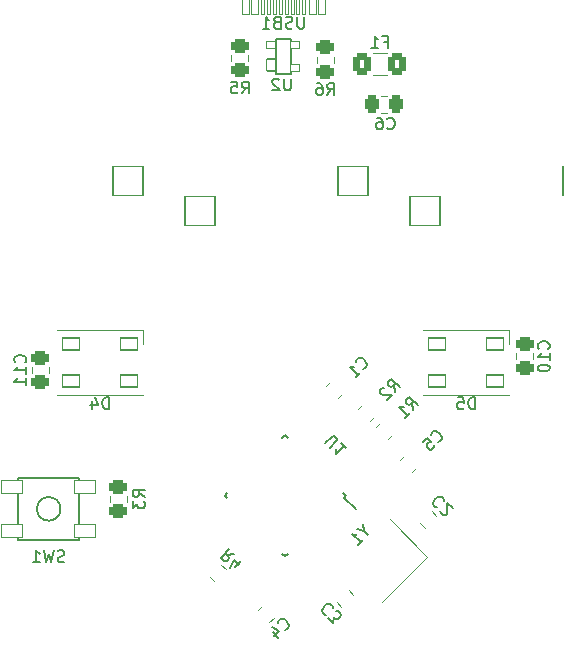
<source format=gbr>
%TF.GenerationSoftware,KiCad,Pcbnew,(6.0.5)*%
%TF.CreationDate,2022-06-21T07:34:41+08:00*%
%TF.ProjectId,unnamed-3k-v2,756e6e61-6d65-4642-9d33-6b2d76322e6b,rev?*%
%TF.SameCoordinates,Original*%
%TF.FileFunction,Legend,Bot*%
%TF.FilePolarity,Positive*%
%FSLAX46Y46*%
G04 Gerber Fmt 4.6, Leading zero omitted, Abs format (unit mm)*
G04 Created by KiCad (PCBNEW (6.0.5)) date 2022-06-21 07:34:41*
%MOMM*%
%LPD*%
G01*
G04 APERTURE LIST*
G04 Aperture macros list*
%AMRoundRect*
0 Rectangle with rounded corners*
0 $1 Rounding radius*
0 $2 $3 $4 $5 $6 $7 $8 $9 X,Y pos of 4 corners*
0 Add a 4 corners polygon primitive as box body*
4,1,4,$2,$3,$4,$5,$6,$7,$8,$9,$2,$3,0*
0 Add four circle primitives for the rounded corners*
1,1,$1+$1,$2,$3*
1,1,$1+$1,$4,$5*
1,1,$1+$1,$6,$7*
1,1,$1+$1,$8,$9*
0 Add four rect primitives between the rounded corners*
20,1,$1+$1,$2,$3,$4,$5,0*
20,1,$1+$1,$4,$5,$6,$7,0*
20,1,$1+$1,$6,$7,$8,$9,0*
20,1,$1+$1,$8,$9,$2,$3,0*%
G04 Aperture macros list end*
%ADD10C,0.150000*%
%ADD11C,0.120000*%
%ADD12C,3.102000*%
%ADD13C,4.089800*%
%ADD14C,1.852000*%
%ADD15RoundRect,0.051000X-1.275000X-1.250000X1.275000X-1.250000X1.275000X1.250000X-1.275000X1.250000X0*%
%ADD16RoundRect,0.301000X0.088388X-0.548008X0.548008X-0.088388X-0.088388X0.548008X-0.548008X0.088388X0*%
%ADD17RoundRect,0.301000X0.325000X0.450000X-0.325000X0.450000X-0.325000X-0.450000X0.325000X-0.450000X0*%
%ADD18RoundRect,0.301000X0.450000X-0.325000X0.450000X0.325000X-0.450000X0.325000X-0.450000X-0.325000X0*%
%ADD19RoundRect,0.301000X-0.450000X0.325000X-0.450000X-0.325000X0.450000X-0.325000X0.450000X0.325000X0*%
%ADD20RoundRect,0.301000X0.548008X0.088388X0.088388X0.548008X-0.548008X-0.088388X-0.088388X-0.548008X0*%
%ADD21RoundRect,0.051000X0.350000X-0.500000X0.350000X0.500000X-0.350000X0.500000X-0.350000X-0.500000X0*%
%ADD22RoundRect,0.051000X0.350000X-0.300000X0.350000X0.300000X-0.350000X0.300000X-0.350000X-0.300000X0*%
%ADD23C,0.752000*%
%ADD24RoundRect,0.051000X-0.300000X-1.225000X0.300000X-1.225000X0.300000X1.225000X-0.300000X1.225000X0*%
%ADD25RoundRect,0.051000X-0.150000X-1.225000X0.150000X-1.225000X0.150000X1.225000X-0.150000X1.225000X0*%
%ADD26RoundRect,0.051000X0.760140X-0.371231X-0.371231X0.760140X-0.760140X0.371231X0.371231X-0.760140X0*%
%ADD27RoundRect,0.051000X-0.371231X-0.760140X0.760140X0.371231X0.371231X0.760140X-0.760140X-0.371231X0*%
%ADD28RoundRect,0.301001X0.462499X0.624999X-0.462499X0.624999X-0.462499X-0.624999X0.462499X-0.624999X0*%
%ADD29RoundRect,0.051000X0.900000X0.550000X-0.900000X0.550000X-0.900000X-0.550000X0.900000X-0.550000X0*%
%ADD30RoundRect,0.051000X-0.750000X-0.500000X0.750000X-0.500000X0.750000X0.500000X-0.750000X0.500000X0*%
%ADD31RoundRect,0.051000X0.106066X1.378858X-1.378858X-0.106066X-0.106066X-1.378858X1.378858X0.106066X0*%
%ADD32RoundRect,0.301000X-0.548008X-0.088388X-0.088388X-0.548008X0.548008X0.088388X0.088388X0.548008X0*%
%ADD33RoundRect,0.301000X-0.088388X0.548008X-0.548008X0.088388X0.088388X-0.548008X0.548008X-0.088388X0*%
G04 APERTURE END LIST*
D10*
%TO.C,C1*%
X99811389Y-98432687D02*
X99878732Y-98432687D01*
X100013419Y-98365343D01*
X100080763Y-98298000D01*
X100148106Y-98163312D01*
X100148106Y-98028625D01*
X100114435Y-97927610D01*
X100013419Y-97759251D01*
X99912404Y-97658236D01*
X99744045Y-97557221D01*
X99643030Y-97523549D01*
X99508343Y-97523549D01*
X99373656Y-97590893D01*
X99306312Y-97658236D01*
X99238969Y-97792923D01*
X99238969Y-97860267D01*
X99205297Y-99173465D02*
X99609358Y-98769404D01*
X99407328Y-98971435D02*
X98700221Y-98264328D01*
X98868580Y-98298000D01*
X99003267Y-98298000D01*
X99104282Y-98264328D01*
%TO.C,C6*%
X101893666Y-78081142D02*
X101941285Y-78128761D01*
X102084142Y-78176380D01*
X102179380Y-78176380D01*
X102322238Y-78128761D01*
X102417476Y-78033523D01*
X102465095Y-77938285D01*
X102512714Y-77747809D01*
X102512714Y-77604952D01*
X102465095Y-77414476D01*
X102417476Y-77319238D01*
X102322238Y-77224000D01*
X102179380Y-77176380D01*
X102084142Y-77176380D01*
X101941285Y-77224000D01*
X101893666Y-77271619D01*
X101036523Y-77176380D02*
X101227000Y-77176380D01*
X101322238Y-77224000D01*
X101369857Y-77271619D01*
X101465095Y-77414476D01*
X101512714Y-77604952D01*
X101512714Y-77985904D01*
X101465095Y-78081142D01*
X101417476Y-78128761D01*
X101322238Y-78176380D01*
X101131761Y-78176380D01*
X101036523Y-78128761D01*
X100988904Y-78081142D01*
X100941285Y-77985904D01*
X100941285Y-77747809D01*
X100988904Y-77652571D01*
X101036523Y-77604952D01*
X101131761Y-77557333D01*
X101322238Y-77557333D01*
X101417476Y-77604952D01*
X101465095Y-77652571D01*
X101512714Y-77747809D01*
%TO.C,C11*%
X71223142Y-97909142D02*
X71270761Y-97861523D01*
X71318380Y-97718666D01*
X71318380Y-97623428D01*
X71270761Y-97480571D01*
X71175523Y-97385333D01*
X71080285Y-97337714D01*
X70889809Y-97290095D01*
X70746952Y-97290095D01*
X70556476Y-97337714D01*
X70461238Y-97385333D01*
X70366000Y-97480571D01*
X70318380Y-97623428D01*
X70318380Y-97718666D01*
X70366000Y-97861523D01*
X70413619Y-97909142D01*
X71318380Y-98861523D02*
X71318380Y-98290095D01*
X71318380Y-98575809D02*
X70318380Y-98575809D01*
X70461238Y-98480571D01*
X70556476Y-98385333D01*
X70604095Y-98290095D01*
X71318380Y-99813904D02*
X71318380Y-99242476D01*
X71318380Y-99528190D02*
X70318380Y-99528190D01*
X70461238Y-99432952D01*
X70556476Y-99337714D01*
X70604095Y-99242476D01*
%TO.C,R3*%
X81351380Y-109307333D02*
X80875190Y-108974000D01*
X81351380Y-108735904D02*
X80351380Y-108735904D01*
X80351380Y-109116857D01*
X80399000Y-109212095D01*
X80446619Y-109259714D01*
X80541857Y-109307333D01*
X80684714Y-109307333D01*
X80779952Y-109259714D01*
X80827571Y-109212095D01*
X80875190Y-109116857D01*
X80875190Y-108735904D01*
X80351380Y-109640666D02*
X80351380Y-110259714D01*
X80732333Y-109926380D01*
X80732333Y-110069238D01*
X80779952Y-110164476D01*
X80827571Y-110212095D01*
X80922809Y-110259714D01*
X81160904Y-110259714D01*
X81256142Y-110212095D01*
X81303761Y-110164476D01*
X81351380Y-110069238D01*
X81351380Y-109783523D01*
X81303761Y-109688285D01*
X81256142Y-109640666D01*
%TO.C,R4*%
X88908972Y-114129757D02*
X88336552Y-114230772D01*
X88504911Y-113725696D02*
X87797804Y-114432802D01*
X88067178Y-114702177D01*
X88168193Y-114735848D01*
X88235537Y-114735848D01*
X88336552Y-114702177D01*
X88437567Y-114601161D01*
X88471239Y-114500146D01*
X88471239Y-114432802D01*
X88437567Y-114331787D01*
X88168193Y-114062413D01*
X89043659Y-115207253D02*
X89515064Y-114735848D01*
X88605926Y-115308268D02*
X88942644Y-114634833D01*
X89380377Y-115072566D01*
%TO.C,R5*%
X89574666Y-75128380D02*
X89908000Y-74652190D01*
X90146095Y-75128380D02*
X90146095Y-74128380D01*
X89765142Y-74128380D01*
X89669904Y-74176000D01*
X89622285Y-74223619D01*
X89574666Y-74318857D01*
X89574666Y-74461714D01*
X89622285Y-74556952D01*
X89669904Y-74604571D01*
X89765142Y-74652190D01*
X90146095Y-74652190D01*
X88669904Y-74128380D02*
X89146095Y-74128380D01*
X89193714Y-74604571D01*
X89146095Y-74556952D01*
X89050857Y-74509333D01*
X88812761Y-74509333D01*
X88717523Y-74556952D01*
X88669904Y-74604571D01*
X88622285Y-74699809D01*
X88622285Y-74937904D01*
X88669904Y-75033142D01*
X88717523Y-75080761D01*
X88812761Y-75128380D01*
X89050857Y-75128380D01*
X89146095Y-75080761D01*
X89193714Y-75033142D01*
%TO.C,R6*%
X96813666Y-75255380D02*
X97147000Y-74779190D01*
X97385095Y-75255380D02*
X97385095Y-74255380D01*
X97004142Y-74255380D01*
X96908904Y-74303000D01*
X96861285Y-74350619D01*
X96813666Y-74445857D01*
X96813666Y-74588714D01*
X96861285Y-74683952D01*
X96908904Y-74731571D01*
X97004142Y-74779190D01*
X97385095Y-74779190D01*
X95956523Y-74255380D02*
X96147000Y-74255380D01*
X96242238Y-74303000D01*
X96289857Y-74350619D01*
X96385095Y-74493476D01*
X96432714Y-74683952D01*
X96432714Y-75064904D01*
X96385095Y-75160142D01*
X96337476Y-75207761D01*
X96242238Y-75255380D01*
X96051761Y-75255380D01*
X95956523Y-75207761D01*
X95908904Y-75160142D01*
X95861285Y-75064904D01*
X95861285Y-74826809D01*
X95908904Y-74731571D01*
X95956523Y-74683952D01*
X96051761Y-74636333D01*
X96242238Y-74636333D01*
X96337476Y-74683952D01*
X96385095Y-74731571D01*
X96432714Y-74826809D01*
%TO.C,U2*%
X93725904Y-73874380D02*
X93725904Y-74683904D01*
X93678285Y-74779142D01*
X93630666Y-74826761D01*
X93535428Y-74874380D01*
X93344952Y-74874380D01*
X93249714Y-74826761D01*
X93202095Y-74779142D01*
X93154476Y-74683904D01*
X93154476Y-73874380D01*
X92725904Y-73969619D02*
X92678285Y-73922000D01*
X92583047Y-73874380D01*
X92344952Y-73874380D01*
X92249714Y-73922000D01*
X92202095Y-73969619D01*
X92154476Y-74064857D01*
X92154476Y-74160095D01*
X92202095Y-74302952D01*
X92773523Y-74874380D01*
X92154476Y-74874380D01*
%TO.C,USB1*%
X94859095Y-68641380D02*
X94859095Y-69450904D01*
X94811476Y-69546142D01*
X94763857Y-69593761D01*
X94668619Y-69641380D01*
X94478142Y-69641380D01*
X94382904Y-69593761D01*
X94335285Y-69546142D01*
X94287666Y-69450904D01*
X94287666Y-68641380D01*
X93859095Y-69593761D02*
X93716238Y-69641380D01*
X93478142Y-69641380D01*
X93382904Y-69593761D01*
X93335285Y-69546142D01*
X93287666Y-69450904D01*
X93287666Y-69355666D01*
X93335285Y-69260428D01*
X93382904Y-69212809D01*
X93478142Y-69165190D01*
X93668619Y-69117571D01*
X93763857Y-69069952D01*
X93811476Y-69022333D01*
X93859095Y-68927095D01*
X93859095Y-68831857D01*
X93811476Y-68736619D01*
X93763857Y-68689000D01*
X93668619Y-68641380D01*
X93430523Y-68641380D01*
X93287666Y-68689000D01*
X92525761Y-69117571D02*
X92382904Y-69165190D01*
X92335285Y-69212809D01*
X92287666Y-69308047D01*
X92287666Y-69450904D01*
X92335285Y-69546142D01*
X92382904Y-69593761D01*
X92478142Y-69641380D01*
X92859095Y-69641380D01*
X92859095Y-68641380D01*
X92525761Y-68641380D01*
X92430523Y-68689000D01*
X92382904Y-68736619D01*
X92335285Y-68831857D01*
X92335285Y-68927095D01*
X92382904Y-69022333D01*
X92430523Y-69069952D01*
X92525761Y-69117571D01*
X92859095Y-69117571D01*
X91335285Y-69641380D02*
X91906714Y-69641380D01*
X91621000Y-69641380D02*
X91621000Y-68641380D01*
X91716238Y-68784238D01*
X91811476Y-68879476D01*
X91906714Y-68927095D01*
%TO.C,U1*%
X96604577Y-104764046D02*
X97176997Y-104191626D01*
X97278012Y-104157954D01*
X97345356Y-104157954D01*
X97446371Y-104191626D01*
X97581058Y-104326313D01*
X97614730Y-104427328D01*
X97614730Y-104494672D01*
X97581058Y-104595687D01*
X97008638Y-105168107D01*
X98422852Y-105168107D02*
X98018791Y-104764046D01*
X98220821Y-104966076D02*
X97513715Y-105673183D01*
X97547386Y-105504824D01*
X97547386Y-105370137D01*
X97513715Y-105269122D01*
%TO.C,F1*%
X101588833Y-70752571D02*
X101922166Y-70752571D01*
X101922166Y-71276380D02*
X101922166Y-70276380D01*
X101445976Y-70276380D01*
X100541214Y-71276380D02*
X101112642Y-71276380D01*
X100826928Y-71276380D02*
X100826928Y-70276380D01*
X100922166Y-70419238D01*
X101017404Y-70514476D01*
X101112642Y-70562095D01*
%TO.C,SW1*%
X74560333Y-114776761D02*
X74417476Y-114824380D01*
X74179380Y-114824380D01*
X74084142Y-114776761D01*
X74036523Y-114729142D01*
X73988904Y-114633904D01*
X73988904Y-114538666D01*
X74036523Y-114443428D01*
X74084142Y-114395809D01*
X74179380Y-114348190D01*
X74369857Y-114300571D01*
X74465095Y-114252952D01*
X74512714Y-114205333D01*
X74560333Y-114110095D01*
X74560333Y-114014857D01*
X74512714Y-113919619D01*
X74465095Y-113872000D01*
X74369857Y-113824380D01*
X74131761Y-113824380D01*
X73988904Y-113872000D01*
X73655571Y-113824380D02*
X73417476Y-114824380D01*
X73227000Y-114110095D01*
X73036523Y-114824380D01*
X72798428Y-113824380D01*
X71893666Y-114824380D02*
X72465095Y-114824380D01*
X72179380Y-114824380D02*
X72179380Y-113824380D01*
X72274619Y-113967238D01*
X72369857Y-114062476D01*
X72465095Y-114110095D01*
%TO.C,C5*%
X106161389Y-104655687D02*
X106228732Y-104655687D01*
X106363419Y-104588343D01*
X106430763Y-104521000D01*
X106498106Y-104386312D01*
X106498106Y-104251625D01*
X106464435Y-104150610D01*
X106363419Y-103982251D01*
X106262404Y-103881236D01*
X106094045Y-103780221D01*
X105993030Y-103746549D01*
X105858343Y-103746549D01*
X105723656Y-103813893D01*
X105656312Y-103881236D01*
X105588969Y-104015923D01*
X105588969Y-104083267D01*
X104881862Y-104655687D02*
X105218580Y-104318969D01*
X105588969Y-104622015D01*
X105521625Y-104622015D01*
X105420610Y-104655687D01*
X105252251Y-104824045D01*
X105218580Y-104925061D01*
X105218580Y-104992404D01*
X105252251Y-105093419D01*
X105420610Y-105261778D01*
X105521625Y-105295450D01*
X105588969Y-105295450D01*
X105689984Y-105261778D01*
X105858343Y-105093419D01*
X105892015Y-104992404D01*
X105892015Y-104925061D01*
%TO.C,D5*%
X109323095Y-101869380D02*
X109323095Y-100869380D01*
X109085000Y-100869380D01*
X108942142Y-100917000D01*
X108846904Y-101012238D01*
X108799285Y-101107476D01*
X108751666Y-101297952D01*
X108751666Y-101440809D01*
X108799285Y-101631285D01*
X108846904Y-101726523D01*
X108942142Y-101821761D01*
X109085000Y-101869380D01*
X109323095Y-101869380D01*
X107846904Y-100869380D02*
X108323095Y-100869380D01*
X108370714Y-101345571D01*
X108323095Y-101297952D01*
X108227857Y-101250333D01*
X107989761Y-101250333D01*
X107894523Y-101297952D01*
X107846904Y-101345571D01*
X107799285Y-101440809D01*
X107799285Y-101678904D01*
X107846904Y-101774142D01*
X107894523Y-101821761D01*
X107989761Y-101869380D01*
X108227857Y-101869380D01*
X108323095Y-101821761D01*
X108370714Y-101774142D01*
%TO.C,C10*%
X115545142Y-96757142D02*
X115592761Y-96709523D01*
X115640380Y-96566666D01*
X115640380Y-96471428D01*
X115592761Y-96328571D01*
X115497523Y-96233333D01*
X115402285Y-96185714D01*
X115211809Y-96138095D01*
X115068952Y-96138095D01*
X114878476Y-96185714D01*
X114783238Y-96233333D01*
X114688000Y-96328571D01*
X114640380Y-96471428D01*
X114640380Y-96566666D01*
X114688000Y-96709523D01*
X114735619Y-96757142D01*
X115640380Y-97709523D02*
X115640380Y-97138095D01*
X115640380Y-97423809D02*
X114640380Y-97423809D01*
X114783238Y-97328571D01*
X114878476Y-97233333D01*
X114926095Y-97138095D01*
X114640380Y-98328571D02*
X114640380Y-98423809D01*
X114688000Y-98519047D01*
X114735619Y-98566666D01*
X114830857Y-98614285D01*
X115021333Y-98661904D01*
X115259428Y-98661904D01*
X115449904Y-98614285D01*
X115545142Y-98566666D01*
X115592761Y-98519047D01*
X115640380Y-98423809D01*
X115640380Y-98328571D01*
X115592761Y-98233333D01*
X115545142Y-98185714D01*
X115449904Y-98138095D01*
X115259428Y-98090476D01*
X115021333Y-98090476D01*
X114830857Y-98138095D01*
X114735619Y-98185714D01*
X114688000Y-98233333D01*
X114640380Y-98328571D01*
%TO.C,D4*%
X78335095Y-101869380D02*
X78335095Y-100869380D01*
X78097000Y-100869380D01*
X77954142Y-100917000D01*
X77858904Y-101012238D01*
X77811285Y-101107476D01*
X77763666Y-101297952D01*
X77763666Y-101440809D01*
X77811285Y-101631285D01*
X77858904Y-101726523D01*
X77954142Y-101821761D01*
X78097000Y-101869380D01*
X78335095Y-101869380D01*
X76906523Y-101202714D02*
X76906523Y-101869380D01*
X77144619Y-100821761D02*
X77382714Y-101536047D01*
X76763666Y-101536047D01*
%TO.C,Y1*%
X99938453Y-112177547D02*
X100275171Y-112514265D01*
X99803766Y-111571456D02*
X99938453Y-112177547D01*
X99332362Y-112042860D01*
X99433377Y-113356058D02*
X99837438Y-112951997D01*
X99635407Y-113154028D02*
X98928301Y-112446921D01*
X99096659Y-112480593D01*
X99231346Y-112480593D01*
X99332362Y-112446921D01*
%TO.C,C3*%
X97303177Y-118689552D02*
X97303177Y-118622209D01*
X97235833Y-118487522D01*
X97168490Y-118420178D01*
X97033802Y-118352835D01*
X96899115Y-118352835D01*
X96798100Y-118386506D01*
X96629741Y-118487522D01*
X96528726Y-118588537D01*
X96427711Y-118756896D01*
X96394039Y-118857911D01*
X96394039Y-118992598D01*
X96461383Y-119127285D01*
X96528726Y-119194629D01*
X96663413Y-119261972D01*
X96730757Y-119261972D01*
X96899115Y-119565018D02*
X97336848Y-120002751D01*
X97370520Y-119497674D01*
X97471535Y-119598690D01*
X97572551Y-119632361D01*
X97639894Y-119632361D01*
X97740909Y-119598690D01*
X97909268Y-119430331D01*
X97942940Y-119329316D01*
X97942940Y-119261972D01*
X97909268Y-119160957D01*
X97707238Y-118958926D01*
X97606222Y-118925254D01*
X97538879Y-118925254D01*
%TO.C,C2*%
X106687687Y-109611610D02*
X106687687Y-109544267D01*
X106620343Y-109409580D01*
X106553000Y-109342236D01*
X106418312Y-109274893D01*
X106283625Y-109274893D01*
X106182610Y-109308564D01*
X106014251Y-109409580D01*
X105913236Y-109510595D01*
X105812221Y-109678954D01*
X105778549Y-109779969D01*
X105778549Y-109914656D01*
X105845893Y-110049343D01*
X105913236Y-110116687D01*
X106047923Y-110184030D01*
X106115267Y-110184030D01*
X106384641Y-110453404D02*
X106384641Y-110520748D01*
X106418312Y-110621763D01*
X106586671Y-110790122D01*
X106687687Y-110823793D01*
X106755030Y-110823793D01*
X106856045Y-110790122D01*
X106923389Y-110722778D01*
X106990732Y-110588091D01*
X106990732Y-109779969D01*
X107428465Y-110217702D01*
%TO.C,C4*%
X93207389Y-120530687D02*
X93274732Y-120530687D01*
X93409419Y-120463343D01*
X93476763Y-120396000D01*
X93544106Y-120261312D01*
X93544106Y-120126625D01*
X93510435Y-120025610D01*
X93409419Y-119857251D01*
X93308404Y-119756236D01*
X93140045Y-119655221D01*
X93039030Y-119621549D01*
X92904343Y-119621549D01*
X92769656Y-119688893D01*
X92702312Y-119756236D01*
X92634969Y-119890923D01*
X92634969Y-119958267D01*
X92197236Y-120732717D02*
X92668641Y-121204122D01*
X92096221Y-120294984D02*
X92769656Y-120631702D01*
X92331923Y-121069435D01*
%TO.C,R2*%
X102545732Y-100405030D02*
X102444717Y-99832610D01*
X102949793Y-100000969D02*
X102242687Y-99293862D01*
X101973312Y-99563236D01*
X101939641Y-99664251D01*
X101939641Y-99731595D01*
X101973312Y-99832610D01*
X102074328Y-99933625D01*
X102175343Y-99967297D01*
X102242687Y-99967297D01*
X102343702Y-99933625D01*
X102613076Y-99664251D01*
X101636595Y-100034641D02*
X101569251Y-100034641D01*
X101468236Y-100068312D01*
X101299877Y-100236671D01*
X101266206Y-100337687D01*
X101266206Y-100405030D01*
X101299877Y-100506045D01*
X101367221Y-100573389D01*
X101501908Y-100640732D01*
X102310030Y-100640732D01*
X101872297Y-101078465D01*
%TO.C,R1*%
X104069732Y-101929030D02*
X103968717Y-101356610D01*
X104473793Y-101524969D02*
X103766687Y-100817862D01*
X103497312Y-101087236D01*
X103463641Y-101188251D01*
X103463641Y-101255595D01*
X103497312Y-101356610D01*
X103598328Y-101457625D01*
X103699343Y-101491297D01*
X103766687Y-101491297D01*
X103867702Y-101457625D01*
X104137076Y-101188251D01*
X103396297Y-102602465D02*
X103800358Y-102198404D01*
X103598328Y-102400435D02*
X102891221Y-101693328D01*
X103059580Y-101727000D01*
X103194267Y-101727000D01*
X103295282Y-101693328D01*
D11*
%TO.C,C1*%
X96685005Y-99922903D02*
X97054471Y-99553437D01*
X97689097Y-100926995D02*
X98058563Y-100557529D01*
%TO.C,C6*%
X101852252Y-76783000D02*
X101329748Y-76783000D01*
X101852252Y-75363000D02*
X101329748Y-75363000D01*
%TO.C,C11*%
X71807000Y-98804253D02*
X71807000Y-98281749D01*
X73227000Y-98804253D02*
X73227000Y-98281749D01*
%TO.C,R3*%
X79831000Y-109203749D02*
X79831000Y-109726253D01*
X78411000Y-109203749D02*
X78411000Y-109726253D01*
%TO.C,R4*%
X87222903Y-116420995D02*
X86853437Y-116051529D01*
X88226995Y-115416903D02*
X87857529Y-115047437D01*
%TO.C,R5*%
X88698000Y-72406252D02*
X88698000Y-71883748D01*
X90118000Y-72406252D02*
X90118000Y-71883748D01*
%TO.C,R6*%
X95937000Y-72533252D02*
X95937000Y-72010748D01*
X97357000Y-72533252D02*
X97357000Y-72010748D01*
D10*
%TO.C,U2*%
X93741000Y-73459000D02*
X93741000Y-70559000D01*
X93741000Y-73459000D02*
X92441000Y-73459000D01*
X92441000Y-73459000D02*
X92441000Y-70559000D01*
X92441000Y-70559000D02*
X93741000Y-70559000D01*
%TO.C,U1*%
X93252555Y-104067041D02*
X93022745Y-104296851D01*
X88126031Y-109193565D02*
X88355841Y-108963755D01*
X98379079Y-109193565D02*
X98149269Y-108963755D01*
X98219980Y-109352664D02*
X99227607Y-110360291D01*
X98379079Y-109193565D02*
X98219980Y-109352664D01*
X93252555Y-114320089D02*
X93482365Y-114090279D01*
X88126031Y-109193565D02*
X88355841Y-109423375D01*
X93252555Y-104067041D02*
X93482365Y-104296851D01*
X93252555Y-114320089D02*
X93022745Y-114090279D01*
D11*
%TO.C,F1*%
X101857564Y-71734000D02*
X100653436Y-71734000D01*
X101857564Y-73554000D02*
X100653436Y-73554000D01*
D10*
%TO.C,SW1*%
X70627000Y-107708000D02*
X70627000Y-112908000D01*
X75827000Y-107708000D02*
X70627000Y-107708000D01*
X70627000Y-112908000D02*
X75827000Y-112908000D01*
X75827000Y-112908000D02*
X75827000Y-107708000D01*
X74227000Y-110308000D02*
G75*
G03*
X74227000Y-110308000I-1000000J0D01*
G01*
D11*
%TO.C,C5*%
X102982437Y-106198471D02*
X103351903Y-105829005D01*
X103986529Y-107202563D02*
X104355995Y-106833097D01*
%TO.C,D5*%
X104935000Y-95167000D02*
X112235000Y-95167000D01*
X112235000Y-95167000D02*
X112235000Y-96317000D01*
X104935000Y-100667000D02*
X112235000Y-100667000D01*
%TO.C,C10*%
X112828000Y-97661252D02*
X112828000Y-97138748D01*
X114248000Y-97661252D02*
X114248000Y-97138748D01*
%TO.C,D4*%
X73947000Y-95167000D02*
X81247000Y-95167000D01*
X73947000Y-100667000D02*
X81247000Y-100667000D01*
X81247000Y-95167000D02*
X81247000Y-96317000D01*
%TO.C,Y1*%
X105275427Y-114369579D02*
X101457050Y-118187956D01*
X102093446Y-111187598D02*
X105275427Y-114369579D01*
%TO.C,C3*%
X97648437Y-118210529D02*
X98017903Y-118579995D01*
X98652529Y-117206437D02*
X99021995Y-117575903D01*
%TO.C,C2*%
X105055471Y-111901563D02*
X104686005Y-111532097D01*
X106059563Y-110897471D02*
X105690097Y-110528005D01*
%TO.C,C4*%
X92290995Y-119533097D02*
X91921529Y-119902563D01*
X91286903Y-118529005D02*
X90917437Y-118898471D01*
%TO.C,R2*%
X99426437Y-101880471D02*
X99795903Y-101511005D01*
X100430529Y-102884563D02*
X100799995Y-102515097D01*
%TO.C,R1*%
X100950437Y-103404471D02*
X101319903Y-103035005D01*
X101954529Y-104408563D02*
X102323995Y-104039097D01*
%TD*%
%LPC*%
D12*
%TO.C,MX2*%
X89311000Y-85090000D03*
D13*
X93121000Y-87630000D03*
D12*
X95661000Y-82550000D03*
D14*
X98201000Y-87630000D03*
X88041000Y-87630000D03*
D15*
X86036000Y-85090000D03*
X98963000Y-82550000D03*
%TD*%
D14*
%TO.C,MX3*%
X68992000Y-87640000D03*
X79152000Y-87640000D03*
D13*
X74072000Y-87640000D03*
D12*
X70262000Y-85100000D03*
X76612000Y-82560000D03*
D15*
X66987000Y-85100000D03*
X79914000Y-82560000D03*
%TD*%
D13*
%TO.C,MX1*%
X112172000Y-87630000D03*
D14*
X117252000Y-87630000D03*
D12*
X108362000Y-85090000D03*
X114712000Y-82550000D03*
D14*
X107092000Y-87630000D03*
D15*
X105087000Y-85090000D03*
X118014000Y-82550000D03*
%TD*%
D16*
%TO.C,C1*%
X96647000Y-100965000D03*
X98096568Y-99515432D03*
%TD*%
D17*
%TO.C,C6*%
X102616000Y-76073000D03*
X100566000Y-76073000D03*
%TD*%
D18*
%TO.C,C11*%
X72517000Y-99568001D03*
X72517000Y-97518001D03*
%TD*%
D19*
%TO.C,R3*%
X79121000Y-108440001D03*
X79121000Y-110490001D03*
%TD*%
D20*
%TO.C,R4*%
X88265000Y-116459000D03*
X86815432Y-115009432D03*
%TD*%
D18*
%TO.C,R5*%
X89408000Y-73170000D03*
X89408000Y-71120000D03*
%TD*%
%TO.C,R6*%
X96647000Y-73297000D03*
X96647000Y-71247000D03*
%TD*%
D21*
%TO.C,U2*%
X92091000Y-72759000D03*
D22*
X92091000Y-71059000D03*
X94091000Y-71059000D03*
X94091000Y-72959000D03*
%TD*%
D23*
%TO.C,USB1*%
X96011000Y-65239000D03*
X90231000Y-65239000D03*
D24*
X89896000Y-67184000D03*
X90671000Y-67184000D03*
D25*
X91371000Y-67184000D03*
X91871000Y-67184000D03*
X92371000Y-67184000D03*
X92871000Y-67184000D03*
X93371000Y-67184000D03*
X93871000Y-67184000D03*
X94371000Y-67184000D03*
X94871000Y-67184000D03*
D24*
X95571000Y-67184000D03*
X96346000Y-67184000D03*
%TD*%
D26*
%TO.C,U1*%
X98237658Y-110218870D03*
X97671972Y-110784555D03*
X97106287Y-111350241D03*
X96540602Y-111915926D03*
X95974916Y-112481612D03*
X95409231Y-113047297D03*
X94843545Y-113612982D03*
X94277860Y-114178668D03*
D27*
X92227250Y-114178668D03*
X91661565Y-113612982D03*
X91095879Y-113047297D03*
X90530194Y-112481612D03*
X89964508Y-111915926D03*
X89398823Y-111350241D03*
X88833138Y-110784555D03*
X88267452Y-110218870D03*
D26*
X88267452Y-108168260D03*
X88833138Y-107602575D03*
X89398823Y-107036889D03*
X89964508Y-106471204D03*
X90530194Y-105905518D03*
X91095879Y-105339833D03*
X91661565Y-104774148D03*
X92227250Y-104208462D03*
D27*
X94277860Y-104208462D03*
X94843545Y-104774148D03*
X95409231Y-105339833D03*
X95974916Y-105905518D03*
X96540602Y-106471204D03*
X97106287Y-107036889D03*
X97671972Y-107602575D03*
X98237658Y-108168260D03*
%TD*%
D28*
%TO.C,F1*%
X102743000Y-72644000D03*
X99768000Y-72644000D03*
%TD*%
D29*
%TO.C,SW1*%
X70127000Y-112158000D03*
X76327000Y-108458000D03*
X70127000Y-108458000D03*
X76327000Y-112158000D03*
%TD*%
D16*
%TO.C,C5*%
X102944432Y-107240568D03*
X104394000Y-105791000D03*
%TD*%
D30*
%TO.C,D5*%
X106135000Y-99517000D03*
X106135000Y-96317000D03*
X111035000Y-96317000D03*
X111035000Y-99517000D03*
%TD*%
D18*
%TO.C,C10*%
X113538000Y-98425000D03*
X113538000Y-96375000D03*
%TD*%
D30*
%TO.C,D4*%
X75147000Y-99517000D03*
X75147000Y-96317000D03*
X80047000Y-96317000D03*
X80047000Y-99517000D03*
%TD*%
D31*
%TO.C,Y1*%
X103613726Y-114475645D03*
X101563116Y-116526255D03*
X99936770Y-114899909D03*
X101987380Y-112849299D03*
%TD*%
D32*
%TO.C,C3*%
X97610432Y-117168432D03*
X99060000Y-118618000D03*
%TD*%
D20*
%TO.C,C2*%
X106097568Y-111939568D03*
X104648000Y-110490000D03*
%TD*%
D33*
%TO.C,C4*%
X92329000Y-118491000D03*
X90879432Y-119940568D03*
%TD*%
D16*
%TO.C,R2*%
X99388432Y-102922568D03*
X100838000Y-101473000D03*
%TD*%
%TO.C,R1*%
X100912432Y-104446568D03*
X102362000Y-102997000D03*
%TD*%
M02*

</source>
